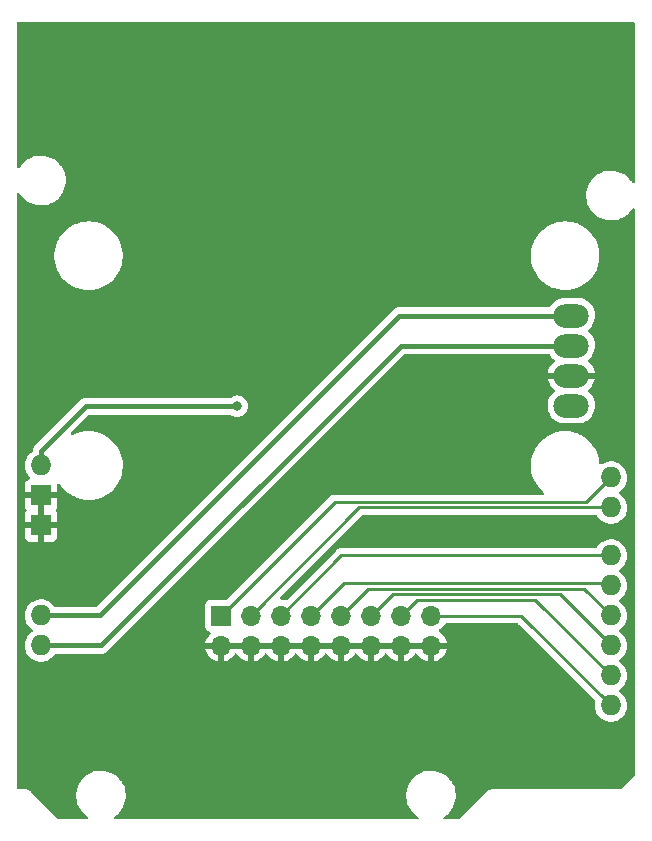
<source format=gbr>
%TF.GenerationSoftware,KiCad,Pcbnew,(6.0.11)*%
%TF.CreationDate,2024-01-05T14:55:53+00:00*%
%TF.ProjectId,EcoIDTester,45636f49-4454-4657-9374-65722e6b6963,rev?*%
%TF.SameCoordinates,Original*%
%TF.FileFunction,Copper,L2,Bot*%
%TF.FilePolarity,Positive*%
%FSLAX46Y46*%
G04 Gerber Fmt 4.6, Leading zero omitted, Abs format (unit mm)*
G04 Created by KiCad (PCBNEW (6.0.11)) date 2024-01-05 14:55:53*
%MOMM*%
%LPD*%
G01*
G04 APERTURE LIST*
%TA.AperFunction,ComponentPad*%
%ADD10R,1.700000X1.700000*%
%TD*%
%TA.AperFunction,ComponentPad*%
%ADD11O,1.700000X1.700000*%
%TD*%
%TA.AperFunction,ComponentPad*%
%ADD12O,3.000000X2.000000*%
%TD*%
%TA.AperFunction,ComponentPad*%
%ADD13O,1.727200X1.727200*%
%TD*%
%TA.AperFunction,ComponentPad*%
%ADD14R,1.727200X1.727200*%
%TD*%
%TA.AperFunction,ViaPad*%
%ADD15C,0.800000*%
%TD*%
%TA.AperFunction,Conductor*%
%ADD16C,0.400000*%
%TD*%
%TA.AperFunction,Conductor*%
%ADD17C,0.250000*%
%TD*%
G04 APERTURE END LIST*
D10*
%TO.P,J1,1,Pin_1*%
%TO.N,/D9*%
X190700000Y-85490000D03*
D11*
%TO.P,J1,2,Pin_2*%
%TO.N,GND*%
X190700000Y-88030000D03*
%TO.P,J1,3,Pin_3*%
%TO.N,/D8*%
X193240000Y-85490000D03*
%TO.P,J1,4,Pin_4*%
%TO.N,GND*%
X193240000Y-88030000D03*
%TO.P,J1,5,Pin_5*%
%TO.N,/D7*%
X195780000Y-85490000D03*
%TO.P,J1,6,Pin_6*%
%TO.N,GND*%
X195780000Y-88030000D03*
%TO.P,J1,7,Pin_7*%
%TO.N,/D6*%
X198320000Y-85490000D03*
%TO.P,J1,8,Pin_8*%
%TO.N,GND*%
X198320000Y-88030000D03*
%TO.P,J1,9,Pin_9*%
%TO.N,/D5*%
X200860000Y-85490000D03*
%TO.P,J1,10,Pin_10*%
%TO.N,GND*%
X200860000Y-88030000D03*
%TO.P,J1,11,Pin_11*%
%TO.N,/D4*%
X203400000Y-85490000D03*
%TO.P,J1,12,Pin_12*%
%TO.N,GND*%
X203400000Y-88030000D03*
%TO.P,J1,13,Pin_13*%
%TO.N,/D3*%
X205940000Y-85490000D03*
%TO.P,J1,14,Pin_14*%
%TO.N,GND*%
X205940000Y-88030000D03*
%TO.P,J1,15,Pin_15*%
%TO.N,/D2*%
X208480000Y-85490000D03*
%TO.P,J1,16,Pin_16*%
%TO.N,GND*%
X208480000Y-88030000D03*
%TD*%
D12*
%TO.P,J2,1,Pin_1*%
%TO.N,/CLK*%
X220350000Y-60090000D03*
%TO.P,J2,2,Pin_2*%
%TO.N,/DIO*%
X220350000Y-62630000D03*
%TO.P,J2,3,Pin_3*%
%TO.N,GND*%
X220350000Y-65170000D03*
%TO.P,J2,4,Pin_4*%
%TO.N,+5V*%
X220350000Y-67710000D03*
%TD*%
D13*
%TO.P,A1,5V1,5V*%
%TO.N,+5V*%
X175450000Y-72780000D03*
%TO.P,A1,A0,A0*%
%TO.N,/CLK*%
X175450000Y-85480000D03*
%TO.P,A1,A1,A1*%
%TO.N,/DIO*%
X175450000Y-88020000D03*
%TO.P,A1,D2,D2_INT0*%
%TO.N,/D2*%
X223710000Y-93100000D03*
%TO.P,A1,D3,D3_INT1*%
%TO.N,/D3*%
X223710000Y-90560000D03*
%TO.P,A1,D4,D4*%
%TO.N,/D4*%
X223710000Y-88020000D03*
%TO.P,A1,D5,D5*%
%TO.N,/D5*%
X223710000Y-85480000D03*
%TO.P,A1,D6,D6*%
%TO.N,/D6*%
X223710000Y-82940000D03*
%TO.P,A1,D7,D7*%
%TO.N,/D7*%
X223710000Y-80400000D03*
%TO.P,A1,D8,D8*%
%TO.N,/D8*%
X223710000Y-76336000D03*
%TO.P,A1,D9,D9*%
%TO.N,/D9*%
X223710000Y-73796000D03*
D14*
%TO.P,A1,GND2,GND*%
%TO.N,GND*%
X175450000Y-75320000D03*
%TO.P,A1,GND3,GND*%
X175450000Y-77860000D03*
%TD*%
D15*
%TO.N,+5V*%
X192060000Y-67760000D03*
%TD*%
D16*
%TO.N,+5V*%
X175450000Y-72780000D02*
X175450000Y-71558686D01*
X175450000Y-71558686D02*
X179248686Y-67760000D01*
X179248686Y-67760000D02*
X192060000Y-67760000D01*
%TO.N,/DIO*%
X175450000Y-88020000D02*
X180530000Y-88020000D01*
X180530000Y-88020000D02*
X205920000Y-62630000D01*
X205920000Y-62630000D02*
X220350000Y-62630000D01*
%TO.N,/CLK*%
X175450000Y-85480000D02*
X180410000Y-85480000D01*
X205800000Y-60090000D02*
X220350000Y-60090000D01*
X180410000Y-85480000D02*
X205800000Y-60090000D01*
D17*
%TO.N,/D2*%
X208480000Y-85490000D02*
X216100000Y-85490000D01*
X216100000Y-85490000D02*
X223710000Y-93100000D01*
%TO.N,/D3*%
X205940000Y-85490000D02*
X207270000Y-84160000D01*
X207270000Y-84160000D02*
X217310000Y-84160000D01*
X217310000Y-84160000D02*
X223710000Y-90560000D01*
%TO.N,/D4*%
X203400000Y-85490000D02*
X205220000Y-83670000D01*
X205220000Y-83670000D02*
X219360000Y-83670000D01*
X219360000Y-83670000D02*
X223710000Y-88020000D01*
%TO.N,/D5*%
X221440000Y-83210000D02*
X223710000Y-85480000D01*
X200860000Y-85490000D02*
X203140000Y-83210000D01*
X203140000Y-83210000D02*
X221440000Y-83210000D01*
%TO.N,/D6*%
X223480000Y-82710000D02*
X223710000Y-82940000D01*
X201100000Y-82710000D02*
X223480000Y-82710000D01*
X198320000Y-85490000D02*
X201100000Y-82710000D01*
%TO.N,/D7*%
X195780000Y-85490000D02*
X200870000Y-80400000D01*
X200870000Y-80400000D02*
X223710000Y-80400000D01*
%TO.N,/D8*%
X193240000Y-85490000D02*
X202394000Y-76336000D01*
X202394000Y-76336000D02*
X223710000Y-76336000D01*
%TO.N,/D9*%
X200303501Y-75886499D02*
X221619501Y-75886499D01*
X221619501Y-75886499D02*
X223710000Y-73796000D01*
X190700000Y-85490000D02*
X200303501Y-75886499D01*
%TD*%
%TA.AperFunction,Conductor*%
%TO.N,GND*%
G36*
X201800068Y-35199335D02*
G01*
X225605646Y-35208263D01*
X225673759Y-35228291D01*
X225720232Y-35281964D01*
X225731599Y-35334241D01*
X225733643Y-48521583D01*
X225733677Y-48739544D01*
X225713686Y-48807668D01*
X225660037Y-48854170D01*
X225589765Y-48864284D01*
X225525179Y-48834801D01*
X225499561Y-48804270D01*
X225447643Y-48717521D01*
X225447640Y-48717517D01*
X225445439Y-48713839D01*
X225265687Y-48489472D01*
X225057149Y-48291577D01*
X224823683Y-48123814D01*
X224801843Y-48112250D01*
X224778654Y-48099972D01*
X224569608Y-47989288D01*
X224299627Y-47890489D01*
X224018736Y-47829245D01*
X223987685Y-47826801D01*
X223795718Y-47811693D01*
X223795709Y-47811693D01*
X223793261Y-47811500D01*
X223637729Y-47811500D01*
X223635593Y-47811646D01*
X223635582Y-47811646D01*
X223427452Y-47825835D01*
X223427446Y-47825836D01*
X223423175Y-47826127D01*
X223418980Y-47826996D01*
X223418978Y-47826996D01*
X223282416Y-47855277D01*
X223141658Y-47884426D01*
X222870657Y-47980393D01*
X222615188Y-48112250D01*
X222611687Y-48114711D01*
X222611683Y-48114713D01*
X222601594Y-48121804D01*
X222379977Y-48277559D01*
X222169378Y-48473260D01*
X221987287Y-48695732D01*
X221837073Y-48940858D01*
X221721517Y-49204102D01*
X221642756Y-49480594D01*
X221612577Y-49692646D01*
X221608380Y-49722140D01*
X221602249Y-49765216D01*
X221602227Y-49769505D01*
X221602226Y-49769512D01*
X221601660Y-49877586D01*
X221600743Y-50052703D01*
X221601302Y-50056947D01*
X221601302Y-50056951D01*
X221606925Y-50099661D01*
X221638268Y-50337734D01*
X221714129Y-50615036D01*
X221715813Y-50618984D01*
X221769208Y-50744165D01*
X221826923Y-50879476D01*
X221829130Y-50883163D01*
X221935698Y-51061225D01*
X221974561Y-51126161D01*
X222154313Y-51350528D01*
X222362851Y-51548423D01*
X222596317Y-51716186D01*
X222600112Y-51718195D01*
X222600113Y-51718196D01*
X222621869Y-51729715D01*
X222850392Y-51850712D01*
X223120373Y-51949511D01*
X223401264Y-52010755D01*
X223429841Y-52013004D01*
X223624282Y-52028307D01*
X223624291Y-52028307D01*
X223626739Y-52028500D01*
X223782271Y-52028500D01*
X223784407Y-52028354D01*
X223784418Y-52028354D01*
X223992548Y-52014165D01*
X223992554Y-52014164D01*
X223996825Y-52013873D01*
X224001020Y-52013004D01*
X224001022Y-52013004D01*
X224137583Y-51984724D01*
X224278342Y-51955574D01*
X224549343Y-51859607D01*
X224804812Y-51727750D01*
X224808313Y-51725289D01*
X224808317Y-51725287D01*
X224922418Y-51645095D01*
X225040023Y-51562441D01*
X225250622Y-51366740D01*
X225432713Y-51144268D01*
X225500611Y-51033469D01*
X225553258Y-50985839D01*
X225623299Y-50974232D01*
X225688497Y-51002335D01*
X225728151Y-51061225D01*
X225734043Y-51099285D01*
X225737806Y-75371645D01*
X225741459Y-98926321D01*
X225741460Y-98935982D01*
X225721469Y-99004106D01*
X225704264Y-99025388D01*
X224547202Y-100174887D01*
X224484778Y-100208708D01*
X224458399Y-100211500D01*
X213621702Y-100211500D01*
X213609953Y-100210175D01*
X213609906Y-100210744D01*
X213600956Y-100210006D01*
X213592206Y-100208008D01*
X213583247Y-100208546D01*
X213583245Y-100208546D01*
X213537854Y-100211273D01*
X213530299Y-100211500D01*
X213513487Y-100211500D01*
X213509048Y-100212136D01*
X213509043Y-100212136D01*
X213503735Y-100212896D01*
X213493433Y-100213941D01*
X213484016Y-100214507D01*
X213446811Y-100216742D01*
X213438361Y-100219774D01*
X213437054Y-100220042D01*
X213415933Y-100225286D01*
X213414694Y-100225648D01*
X213405813Y-100226920D01*
X213397646Y-100230633D01*
X213397644Y-100230634D01*
X213363275Y-100246261D01*
X213353676Y-100250157D01*
X213318162Y-100262899D01*
X213318157Y-100262902D01*
X213309711Y-100265932D01*
X213302453Y-100271212D01*
X213301299Y-100271823D01*
X213282486Y-100282791D01*
X213281388Y-100283493D01*
X213273218Y-100287208D01*
X213266419Y-100293066D01*
X213266418Y-100293067D01*
X213237823Y-100317706D01*
X213229708Y-100324137D01*
X213219209Y-100331775D01*
X213212127Y-100338829D01*
X213207776Y-100343163D01*
X213201108Y-100349341D01*
X213162873Y-100382287D01*
X213157990Y-100389821D01*
X213152091Y-100396582D01*
X213152051Y-100396547D01*
X213143113Y-100407571D01*
X212131682Y-101415036D01*
X210836257Y-102705382D01*
X210826908Y-102714694D01*
X210764529Y-102748597D01*
X210737953Y-102751424D01*
X210217576Y-102751272D01*
X209645382Y-102751105D01*
X209577267Y-102731083D01*
X209530790Y-102677414D01*
X209520707Y-102607137D01*
X209550219Y-102542565D01*
X209572968Y-102522018D01*
X209633217Y-102479674D01*
X209800023Y-102362441D01*
X210010622Y-102166740D01*
X210192713Y-101944268D01*
X210342927Y-101699142D01*
X210458483Y-101435898D01*
X210537244Y-101159406D01*
X210577751Y-100874784D01*
X210577845Y-100856951D01*
X210579235Y-100591583D01*
X210579235Y-100591576D01*
X210579257Y-100587297D01*
X210541732Y-100302266D01*
X210539216Y-100293067D01*
X210516539Y-100210175D01*
X210465871Y-100024964D01*
X210353077Y-99760524D01*
X210278527Y-99635960D01*
X210207643Y-99517521D01*
X210207640Y-99517517D01*
X210205439Y-99513839D01*
X210025687Y-99289472D01*
X209817149Y-99091577D01*
X209627064Y-98954987D01*
X209587172Y-98926321D01*
X209587171Y-98926320D01*
X209583683Y-98923814D01*
X209561843Y-98912250D01*
X209538654Y-98899972D01*
X209329608Y-98789288D01*
X209059627Y-98690489D01*
X208778736Y-98629245D01*
X208747685Y-98626801D01*
X208555718Y-98611693D01*
X208555709Y-98611693D01*
X208553261Y-98611500D01*
X208397729Y-98611500D01*
X208395593Y-98611646D01*
X208395582Y-98611646D01*
X208187452Y-98625835D01*
X208187446Y-98625836D01*
X208183175Y-98626127D01*
X208178980Y-98626996D01*
X208178978Y-98626996D01*
X208042416Y-98655277D01*
X207901658Y-98684426D01*
X207630657Y-98780393D01*
X207375188Y-98912250D01*
X207371687Y-98914711D01*
X207371683Y-98914713D01*
X207266799Y-98988427D01*
X207139977Y-99077559D01*
X206929378Y-99273260D01*
X206747287Y-99495732D01*
X206597073Y-99740858D01*
X206481517Y-100004102D01*
X206402756Y-100280594D01*
X206362249Y-100565216D01*
X206362227Y-100569505D01*
X206362226Y-100569512D01*
X206361533Y-100701820D01*
X206360743Y-100852703D01*
X206398268Y-101137734D01*
X206399401Y-101141874D01*
X206399401Y-101141876D01*
X206405326Y-101163534D01*
X206474129Y-101415036D01*
X206586923Y-101679476D01*
X206734561Y-101926161D01*
X206914313Y-102150528D01*
X207122851Y-102348423D01*
X207356317Y-102516186D01*
X207358937Y-102517573D01*
X207406077Y-102570231D01*
X207417315Y-102640333D01*
X207388870Y-102705382D01*
X207329772Y-102744726D01*
X207292287Y-102750419D01*
X200632744Y-102748477D01*
X181716971Y-102742960D01*
X181648856Y-102722938D01*
X181602379Y-102669269D01*
X181592296Y-102598992D01*
X181621808Y-102534420D01*
X181644557Y-102513873D01*
X181652295Y-102508435D01*
X181860023Y-102362441D01*
X182070622Y-102166740D01*
X182252713Y-101944268D01*
X182402927Y-101699142D01*
X182518483Y-101435898D01*
X182597244Y-101159406D01*
X182637751Y-100874784D01*
X182637845Y-100856951D01*
X182639235Y-100591583D01*
X182639235Y-100591576D01*
X182639257Y-100587297D01*
X182601732Y-100302266D01*
X182599216Y-100293067D01*
X182576539Y-100210175D01*
X182525871Y-100024964D01*
X182413077Y-99760524D01*
X182338527Y-99635960D01*
X182267643Y-99517521D01*
X182267640Y-99517517D01*
X182265439Y-99513839D01*
X182085687Y-99289472D01*
X181877149Y-99091577D01*
X181687064Y-98954987D01*
X181647172Y-98926321D01*
X181647171Y-98926320D01*
X181643683Y-98923814D01*
X181621843Y-98912250D01*
X181598654Y-98899972D01*
X181389608Y-98789288D01*
X181119627Y-98690489D01*
X180838736Y-98629245D01*
X180807685Y-98626801D01*
X180615718Y-98611693D01*
X180615709Y-98611693D01*
X180613261Y-98611500D01*
X180457729Y-98611500D01*
X180455593Y-98611646D01*
X180455582Y-98611646D01*
X180247452Y-98625835D01*
X180247446Y-98625836D01*
X180243175Y-98626127D01*
X180238980Y-98626996D01*
X180238978Y-98626996D01*
X180102416Y-98655277D01*
X179961658Y-98684426D01*
X179690657Y-98780393D01*
X179435188Y-98912250D01*
X179431687Y-98914711D01*
X179431683Y-98914713D01*
X179326799Y-98988427D01*
X179199977Y-99077559D01*
X178989378Y-99273260D01*
X178807287Y-99495732D01*
X178657073Y-99740858D01*
X178541517Y-100004102D01*
X178462756Y-100280594D01*
X178422249Y-100565216D01*
X178422227Y-100569505D01*
X178422226Y-100569512D01*
X178421533Y-100701820D01*
X178420743Y-100852703D01*
X178458268Y-101137734D01*
X178459401Y-101141874D01*
X178459401Y-101141876D01*
X178465326Y-101163534D01*
X178534129Y-101415036D01*
X178646923Y-101679476D01*
X178794561Y-101926161D01*
X178974313Y-102150528D01*
X179182851Y-102348423D01*
X179413201Y-102513947D01*
X179456846Y-102569938D01*
X179463292Y-102640641D01*
X179430489Y-102703606D01*
X179368853Y-102738840D01*
X179339635Y-102742266D01*
X176972857Y-102741576D01*
X176904742Y-102721554D01*
X176883799Y-102704671D01*
X174579823Y-100400696D01*
X174572200Y-100391156D01*
X174571832Y-100391470D01*
X174566014Y-100384634D01*
X174561224Y-100377042D01*
X174520875Y-100341407D01*
X174515188Y-100336061D01*
X174503745Y-100324618D01*
X174495370Y-100318341D01*
X174487541Y-100311967D01*
X174452049Y-100280622D01*
X174443926Y-100276808D01*
X174441438Y-100275174D01*
X174426477Y-100266186D01*
X174423892Y-100264771D01*
X174416705Y-100259384D01*
X174372357Y-100242759D01*
X174363040Y-100238832D01*
X174328326Y-100222534D01*
X174320200Y-100218719D01*
X174311331Y-100217338D01*
X174308498Y-100216472D01*
X174291611Y-100212042D01*
X174288726Y-100211408D01*
X174280316Y-100208255D01*
X174251158Y-100206088D01*
X174233094Y-100204746D01*
X174223048Y-100203592D01*
X174214425Y-100202249D01*
X174214422Y-100202249D01*
X174209614Y-100201500D01*
X174194094Y-100201500D01*
X174184757Y-100201154D01*
X174167854Y-100199898D01*
X174135059Y-100197461D01*
X174126280Y-100199335D01*
X174118022Y-100199898D01*
X174102839Y-100201500D01*
X173544500Y-100201500D01*
X173476379Y-100181498D01*
X173429886Y-100127842D01*
X173418500Y-100075500D01*
X173418500Y-87986362D01*
X174073609Y-87986362D01*
X174073906Y-87991514D01*
X174073906Y-87991518D01*
X174079618Y-88090578D01*
X174086597Y-88211614D01*
X174087734Y-88216660D01*
X174087735Y-88216666D01*
X174112512Y-88326608D01*
X174136200Y-88431720D01*
X174138142Y-88436502D01*
X174138143Y-88436506D01*
X174218465Y-88634315D01*
X174221086Y-88640769D01*
X174338975Y-88833147D01*
X174486702Y-89003687D01*
X174660299Y-89147810D01*
X174664751Y-89150412D01*
X174664756Y-89150415D01*
X174754091Y-89202618D01*
X174855103Y-89261645D01*
X175065884Y-89342134D01*
X175070952Y-89343165D01*
X175070955Y-89343166D01*
X175156676Y-89360606D01*
X175286981Y-89387117D01*
X175292156Y-89387307D01*
X175292158Y-89387307D01*
X175507292Y-89395196D01*
X175507296Y-89395196D01*
X175512456Y-89395385D01*
X175517576Y-89394729D01*
X175517578Y-89394729D01*
X175586985Y-89385838D01*
X175736253Y-89366716D01*
X175741202Y-89365231D01*
X175741208Y-89365230D01*
X175947413Y-89303365D01*
X175947412Y-89303365D01*
X175952363Y-89301880D01*
X176131653Y-89214047D01*
X176150331Y-89204897D01*
X176150336Y-89204894D01*
X176154982Y-89202618D01*
X176159192Y-89199615D01*
X176159197Y-89199612D01*
X176334455Y-89074601D01*
X176334459Y-89074597D01*
X176338667Y-89071596D01*
X176498487Y-88912333D01*
X176592880Y-88780972D01*
X176648872Y-88737326D01*
X176695200Y-88728500D01*
X180501088Y-88728500D01*
X180509658Y-88728792D01*
X180559776Y-88732209D01*
X180559780Y-88732209D01*
X180567352Y-88732725D01*
X180574829Y-88731420D01*
X180574830Y-88731420D01*
X180614657Y-88724469D01*
X180630303Y-88721738D01*
X180636821Y-88720777D01*
X180700242Y-88713102D01*
X180707343Y-88710419D01*
X180709952Y-88709778D01*
X180726262Y-88705315D01*
X180728798Y-88704550D01*
X180736284Y-88703243D01*
X180794800Y-88677556D01*
X180800904Y-88675065D01*
X180853548Y-88655173D01*
X180853549Y-88655172D01*
X180860656Y-88652487D01*
X180866919Y-88648183D01*
X180869285Y-88646946D01*
X180884097Y-88638701D01*
X180886351Y-88637368D01*
X180893305Y-88634315D01*
X180944002Y-88595413D01*
X180949332Y-88591541D01*
X180995720Y-88559661D01*
X180995725Y-88559656D01*
X181001981Y-88555357D01*
X181027539Y-88526672D01*
X181043435Y-88508830D01*
X181048416Y-88503554D01*
X181254004Y-88297966D01*
X189368257Y-88297966D01*
X189398565Y-88432446D01*
X189401645Y-88442275D01*
X189481770Y-88639603D01*
X189486413Y-88648794D01*
X189597694Y-88830388D01*
X189603777Y-88838699D01*
X189743213Y-88999667D01*
X189750580Y-89006883D01*
X189914434Y-89142916D01*
X189922881Y-89148831D01*
X190106756Y-89256279D01*
X190116042Y-89260729D01*
X190315001Y-89336703D01*
X190324899Y-89339579D01*
X190428250Y-89360606D01*
X190442299Y-89359410D01*
X190446000Y-89349065D01*
X190446000Y-89348517D01*
X190954000Y-89348517D01*
X190958064Y-89362359D01*
X190971478Y-89364393D01*
X190978184Y-89363534D01*
X190988262Y-89361392D01*
X191192255Y-89300191D01*
X191201842Y-89296433D01*
X191393095Y-89202739D01*
X191401945Y-89197464D01*
X191575328Y-89073792D01*
X191583200Y-89067139D01*
X191734052Y-88916812D01*
X191740730Y-88908965D01*
X191868022Y-88731819D01*
X191869147Y-88732627D01*
X191916669Y-88688876D01*
X191986607Y-88676661D01*
X192052046Y-88704197D01*
X192079870Y-88736028D01*
X192137690Y-88830383D01*
X192143777Y-88838699D01*
X192283213Y-88999667D01*
X192290580Y-89006883D01*
X192454434Y-89142916D01*
X192462881Y-89148831D01*
X192646756Y-89256279D01*
X192656042Y-89260729D01*
X192855001Y-89336703D01*
X192864899Y-89339579D01*
X192968250Y-89360606D01*
X192982299Y-89359410D01*
X192986000Y-89349065D01*
X192986000Y-89348517D01*
X193494000Y-89348517D01*
X193498064Y-89362359D01*
X193511478Y-89364393D01*
X193518184Y-89363534D01*
X193528262Y-89361392D01*
X193732255Y-89300191D01*
X193741842Y-89296433D01*
X193933095Y-89202739D01*
X193941945Y-89197464D01*
X194115328Y-89073792D01*
X194123200Y-89067139D01*
X194274052Y-88916812D01*
X194280730Y-88908965D01*
X194408022Y-88731819D01*
X194409147Y-88732627D01*
X194456669Y-88688876D01*
X194526607Y-88676661D01*
X194592046Y-88704197D01*
X194619870Y-88736028D01*
X194677690Y-88830383D01*
X194683777Y-88838699D01*
X194823213Y-88999667D01*
X194830580Y-89006883D01*
X194994434Y-89142916D01*
X195002881Y-89148831D01*
X195186756Y-89256279D01*
X195196042Y-89260729D01*
X195395001Y-89336703D01*
X195404899Y-89339579D01*
X195508250Y-89360606D01*
X195522299Y-89359410D01*
X195526000Y-89349065D01*
X195526000Y-89348517D01*
X196034000Y-89348517D01*
X196038064Y-89362359D01*
X196051478Y-89364393D01*
X196058184Y-89363534D01*
X196068262Y-89361392D01*
X196272255Y-89300191D01*
X196281842Y-89296433D01*
X196473095Y-89202739D01*
X196481945Y-89197464D01*
X196655328Y-89073792D01*
X196663200Y-89067139D01*
X196814052Y-88916812D01*
X196820730Y-88908965D01*
X196948022Y-88731819D01*
X196949147Y-88732627D01*
X196996669Y-88688876D01*
X197066607Y-88676661D01*
X197132046Y-88704197D01*
X197159870Y-88736028D01*
X197217690Y-88830383D01*
X197223777Y-88838699D01*
X197363213Y-88999667D01*
X197370580Y-89006883D01*
X197534434Y-89142916D01*
X197542881Y-89148831D01*
X197726756Y-89256279D01*
X197736042Y-89260729D01*
X197935001Y-89336703D01*
X197944899Y-89339579D01*
X198048250Y-89360606D01*
X198062299Y-89359410D01*
X198066000Y-89349065D01*
X198066000Y-89348517D01*
X198574000Y-89348517D01*
X198578064Y-89362359D01*
X198591478Y-89364393D01*
X198598184Y-89363534D01*
X198608262Y-89361392D01*
X198812255Y-89300191D01*
X198821842Y-89296433D01*
X199013095Y-89202739D01*
X199021945Y-89197464D01*
X199195328Y-89073792D01*
X199203200Y-89067139D01*
X199354052Y-88916812D01*
X199360730Y-88908965D01*
X199488022Y-88731819D01*
X199489147Y-88732627D01*
X199536669Y-88688876D01*
X199606607Y-88676661D01*
X199672046Y-88704197D01*
X199699870Y-88736028D01*
X199757690Y-88830383D01*
X199763777Y-88838699D01*
X199903213Y-88999667D01*
X199910580Y-89006883D01*
X200074434Y-89142916D01*
X200082881Y-89148831D01*
X200266756Y-89256279D01*
X200276042Y-89260729D01*
X200475001Y-89336703D01*
X200484899Y-89339579D01*
X200588250Y-89360606D01*
X200602299Y-89359410D01*
X200606000Y-89349065D01*
X200606000Y-89348517D01*
X201114000Y-89348517D01*
X201118064Y-89362359D01*
X201131478Y-89364393D01*
X201138184Y-89363534D01*
X201148262Y-89361392D01*
X201352255Y-89300191D01*
X201361842Y-89296433D01*
X201553095Y-89202739D01*
X201561945Y-89197464D01*
X201735328Y-89073792D01*
X201743200Y-89067139D01*
X201894052Y-88916812D01*
X201900730Y-88908965D01*
X202028022Y-88731819D01*
X202029147Y-88732627D01*
X202076669Y-88688876D01*
X202146607Y-88676661D01*
X202212046Y-88704197D01*
X202239870Y-88736028D01*
X202297690Y-88830383D01*
X202303777Y-88838699D01*
X202443213Y-88999667D01*
X202450580Y-89006883D01*
X202614434Y-89142916D01*
X202622881Y-89148831D01*
X202806756Y-89256279D01*
X202816042Y-89260729D01*
X203015001Y-89336703D01*
X203024899Y-89339579D01*
X203128250Y-89360606D01*
X203142299Y-89359410D01*
X203146000Y-89349065D01*
X203146000Y-89348517D01*
X203654000Y-89348517D01*
X203658064Y-89362359D01*
X203671478Y-89364393D01*
X203678184Y-89363534D01*
X203688262Y-89361392D01*
X203892255Y-89300191D01*
X203901842Y-89296433D01*
X204093095Y-89202739D01*
X204101945Y-89197464D01*
X204275328Y-89073792D01*
X204283200Y-89067139D01*
X204434052Y-88916812D01*
X204440730Y-88908965D01*
X204568022Y-88731819D01*
X204569147Y-88732627D01*
X204616669Y-88688876D01*
X204686607Y-88676661D01*
X204752046Y-88704197D01*
X204779870Y-88736028D01*
X204837690Y-88830383D01*
X204843777Y-88838699D01*
X204983213Y-88999667D01*
X204990580Y-89006883D01*
X205154434Y-89142916D01*
X205162881Y-89148831D01*
X205346756Y-89256279D01*
X205356042Y-89260729D01*
X205555001Y-89336703D01*
X205564899Y-89339579D01*
X205668250Y-89360606D01*
X205682299Y-89359410D01*
X205686000Y-89349065D01*
X205686000Y-89348517D01*
X206194000Y-89348517D01*
X206198064Y-89362359D01*
X206211478Y-89364393D01*
X206218184Y-89363534D01*
X206228262Y-89361392D01*
X206432255Y-89300191D01*
X206441842Y-89296433D01*
X206633095Y-89202739D01*
X206641945Y-89197464D01*
X206815328Y-89073792D01*
X206823200Y-89067139D01*
X206974052Y-88916812D01*
X206980730Y-88908965D01*
X207108022Y-88731819D01*
X207109147Y-88732627D01*
X207156669Y-88688876D01*
X207226607Y-88676661D01*
X207292046Y-88704197D01*
X207319870Y-88736028D01*
X207377690Y-88830383D01*
X207383777Y-88838699D01*
X207523213Y-88999667D01*
X207530580Y-89006883D01*
X207694434Y-89142916D01*
X207702881Y-89148831D01*
X207886756Y-89256279D01*
X207896042Y-89260729D01*
X208095001Y-89336703D01*
X208104899Y-89339579D01*
X208208250Y-89360606D01*
X208222299Y-89359410D01*
X208226000Y-89349065D01*
X208226000Y-89348517D01*
X208734000Y-89348517D01*
X208738064Y-89362359D01*
X208751478Y-89364393D01*
X208758184Y-89363534D01*
X208768262Y-89361392D01*
X208972255Y-89300191D01*
X208981842Y-89296433D01*
X209173095Y-89202739D01*
X209181945Y-89197464D01*
X209355328Y-89073792D01*
X209363200Y-89067139D01*
X209514052Y-88916812D01*
X209520730Y-88908965D01*
X209645003Y-88736020D01*
X209650313Y-88727183D01*
X209744670Y-88536267D01*
X209748469Y-88526672D01*
X209810377Y-88322910D01*
X209812555Y-88312837D01*
X209813986Y-88301962D01*
X209811775Y-88287778D01*
X209798617Y-88284000D01*
X208752115Y-88284000D01*
X208736876Y-88288475D01*
X208735671Y-88289865D01*
X208734000Y-88297548D01*
X208734000Y-89348517D01*
X208226000Y-89348517D01*
X208226000Y-88302115D01*
X208221525Y-88286876D01*
X208220135Y-88285671D01*
X208212452Y-88284000D01*
X206212115Y-88284000D01*
X206196876Y-88288475D01*
X206195671Y-88289865D01*
X206194000Y-88297548D01*
X206194000Y-89348517D01*
X205686000Y-89348517D01*
X205686000Y-88302115D01*
X205681525Y-88286876D01*
X205680135Y-88285671D01*
X205672452Y-88284000D01*
X203672115Y-88284000D01*
X203656876Y-88288475D01*
X203655671Y-88289865D01*
X203654000Y-88297548D01*
X203654000Y-89348517D01*
X203146000Y-89348517D01*
X203146000Y-88302115D01*
X203141525Y-88286876D01*
X203140135Y-88285671D01*
X203132452Y-88284000D01*
X201132115Y-88284000D01*
X201116876Y-88288475D01*
X201115671Y-88289865D01*
X201114000Y-88297548D01*
X201114000Y-89348517D01*
X200606000Y-89348517D01*
X200606000Y-88302115D01*
X200601525Y-88286876D01*
X200600135Y-88285671D01*
X200592452Y-88284000D01*
X198592115Y-88284000D01*
X198576876Y-88288475D01*
X198575671Y-88289865D01*
X198574000Y-88297548D01*
X198574000Y-89348517D01*
X198066000Y-89348517D01*
X198066000Y-88302115D01*
X198061525Y-88286876D01*
X198060135Y-88285671D01*
X198052452Y-88284000D01*
X196052115Y-88284000D01*
X196036876Y-88288475D01*
X196035671Y-88289865D01*
X196034000Y-88297548D01*
X196034000Y-89348517D01*
X195526000Y-89348517D01*
X195526000Y-88302115D01*
X195521525Y-88286876D01*
X195520135Y-88285671D01*
X195512452Y-88284000D01*
X193512115Y-88284000D01*
X193496876Y-88288475D01*
X193495671Y-88289865D01*
X193494000Y-88297548D01*
X193494000Y-89348517D01*
X192986000Y-89348517D01*
X192986000Y-88302115D01*
X192981525Y-88286876D01*
X192980135Y-88285671D01*
X192972452Y-88284000D01*
X190972115Y-88284000D01*
X190956876Y-88288475D01*
X190955671Y-88289865D01*
X190954000Y-88297548D01*
X190954000Y-89348517D01*
X190446000Y-89348517D01*
X190446000Y-88302115D01*
X190441525Y-88286876D01*
X190440135Y-88285671D01*
X190432452Y-88284000D01*
X189383225Y-88284000D01*
X189369694Y-88287973D01*
X189368257Y-88297966D01*
X181254004Y-88297966D01*
X183163836Y-86388134D01*
X189341500Y-86388134D01*
X189348255Y-86450316D01*
X189399385Y-86586705D01*
X189486739Y-86703261D01*
X189603295Y-86790615D01*
X189611704Y-86793767D01*
X189611705Y-86793768D01*
X189720960Y-86834726D01*
X189777725Y-86877367D01*
X189802425Y-86943929D01*
X189787218Y-87013278D01*
X189767825Y-87039759D01*
X189644590Y-87168717D01*
X189638104Y-87176727D01*
X189518098Y-87352649D01*
X189513000Y-87361623D01*
X189423338Y-87554783D01*
X189419775Y-87564470D01*
X189364389Y-87764183D01*
X189365912Y-87772607D01*
X189378292Y-87776000D01*
X209798344Y-87776000D01*
X209811875Y-87772027D01*
X209813180Y-87762947D01*
X209771214Y-87595875D01*
X209767894Y-87586124D01*
X209682972Y-87390814D01*
X209678105Y-87381739D01*
X209562426Y-87202926D01*
X209556136Y-87194757D01*
X209412806Y-87037240D01*
X209405273Y-87030215D01*
X209238139Y-86898222D01*
X209229556Y-86892520D01*
X209192602Y-86872120D01*
X209142631Y-86821687D01*
X209127859Y-86752245D01*
X209152975Y-86685839D01*
X209180327Y-86659232D01*
X209248766Y-86610415D01*
X209359860Y-86531173D01*
X209518096Y-86373489D01*
X209648453Y-86192077D01*
X209650746Y-86187437D01*
X209652446Y-86184608D01*
X209704674Y-86136518D01*
X209760451Y-86123500D01*
X215785406Y-86123500D01*
X215853527Y-86143502D01*
X215874501Y-86160405D01*
X222348727Y-92634631D01*
X222382753Y-92696943D01*
X222381050Y-92757397D01*
X222359978Y-92833384D01*
X222357585Y-92842013D01*
X222333609Y-93066362D01*
X222333906Y-93071514D01*
X222333906Y-93071518D01*
X222339618Y-93170578D01*
X222346597Y-93291614D01*
X222347734Y-93296660D01*
X222347735Y-93296666D01*
X222368984Y-93390952D01*
X222396200Y-93511720D01*
X222398142Y-93516502D01*
X222398143Y-93516506D01*
X222434822Y-93606835D01*
X222481086Y-93720769D01*
X222598975Y-93913147D01*
X222746702Y-94083687D01*
X222920299Y-94227810D01*
X222924751Y-94230412D01*
X222924756Y-94230415D01*
X223014091Y-94282618D01*
X223115103Y-94341645D01*
X223325884Y-94422134D01*
X223330952Y-94423165D01*
X223330955Y-94423166D01*
X223439404Y-94445230D01*
X223546981Y-94467117D01*
X223552156Y-94467307D01*
X223552158Y-94467307D01*
X223767292Y-94475196D01*
X223767296Y-94475196D01*
X223772456Y-94475385D01*
X223777576Y-94474729D01*
X223777578Y-94474729D01*
X223846985Y-94465838D01*
X223996253Y-94446716D01*
X224001202Y-94445231D01*
X224001208Y-94445230D01*
X224207413Y-94383365D01*
X224207412Y-94383365D01*
X224212363Y-94381880D01*
X224307419Y-94335312D01*
X224410331Y-94284897D01*
X224410336Y-94284894D01*
X224414982Y-94282618D01*
X224419192Y-94279615D01*
X224419197Y-94279612D01*
X224594455Y-94154601D01*
X224594459Y-94154597D01*
X224598667Y-94151596D01*
X224758487Y-93992333D01*
X224890150Y-93809105D01*
X224990118Y-93606835D01*
X225055708Y-93390952D01*
X225085158Y-93167256D01*
X225086802Y-93100000D01*
X225068315Y-92875132D01*
X225013349Y-92656304D01*
X224923380Y-92449391D01*
X224800826Y-92259951D01*
X224648977Y-92093071D01*
X224644926Y-92089872D01*
X224644922Y-92089868D01*
X224475966Y-91956434D01*
X224475962Y-91956432D01*
X224471911Y-91953232D01*
X224448535Y-91940328D01*
X224398564Y-91889896D01*
X224383792Y-91820453D01*
X224408908Y-91754047D01*
X224436259Y-91727441D01*
X224594455Y-91614601D01*
X224594459Y-91614597D01*
X224598667Y-91611596D01*
X224758487Y-91452333D01*
X224890150Y-91269105D01*
X224990118Y-91066835D01*
X225055708Y-90850952D01*
X225068786Y-90751614D01*
X225084721Y-90630578D01*
X225084722Y-90630572D01*
X225085158Y-90627256D01*
X225086802Y-90560000D01*
X225068315Y-90335132D01*
X225013349Y-90116304D01*
X224923380Y-89909391D01*
X224800826Y-89719951D01*
X224648977Y-89553071D01*
X224644926Y-89549872D01*
X224644922Y-89549868D01*
X224475966Y-89416434D01*
X224475962Y-89416432D01*
X224471911Y-89413232D01*
X224448535Y-89400328D01*
X224398564Y-89349896D01*
X224383792Y-89280453D01*
X224408908Y-89214047D01*
X224436259Y-89187441D01*
X224594455Y-89074601D01*
X224594459Y-89074597D01*
X224598667Y-89071596D01*
X224758487Y-88912333D01*
X224890150Y-88729105D01*
X224958138Y-88591541D01*
X224987824Y-88531477D01*
X224987825Y-88531475D01*
X224990118Y-88526835D01*
X225055708Y-88310952D01*
X225056383Y-88305826D01*
X225084721Y-88090578D01*
X225084722Y-88090572D01*
X225085158Y-88087256D01*
X225086802Y-88020000D01*
X225068315Y-87795132D01*
X225013349Y-87576304D01*
X224923380Y-87369391D01*
X224815689Y-87202926D01*
X224803634Y-87184291D01*
X224803632Y-87184288D01*
X224800826Y-87179951D01*
X224648977Y-87013071D01*
X224644926Y-87009872D01*
X224644922Y-87009868D01*
X224475966Y-86876434D01*
X224475962Y-86876432D01*
X224471911Y-86873232D01*
X224448535Y-86860328D01*
X224398564Y-86809896D01*
X224383792Y-86740453D01*
X224408908Y-86674047D01*
X224436259Y-86647441D01*
X224594455Y-86534601D01*
X224594459Y-86534597D01*
X224598667Y-86531596D01*
X224758487Y-86372333D01*
X224890150Y-86189105D01*
X224958138Y-86051541D01*
X224987824Y-85991477D01*
X224987825Y-85991475D01*
X224990118Y-85986835D01*
X225055708Y-85770952D01*
X225069467Y-85666445D01*
X225084721Y-85550578D01*
X225084722Y-85550572D01*
X225085158Y-85547256D01*
X225086802Y-85480000D01*
X225068315Y-85255132D01*
X225013349Y-85036304D01*
X224923380Y-84829391D01*
X224800826Y-84639951D01*
X224648977Y-84473071D01*
X224644926Y-84469872D01*
X224644922Y-84469868D01*
X224475966Y-84336434D01*
X224475962Y-84336432D01*
X224471911Y-84333232D01*
X224448535Y-84320328D01*
X224398564Y-84269896D01*
X224383792Y-84200453D01*
X224408908Y-84134047D01*
X224436259Y-84107441D01*
X224437506Y-84106552D01*
X224472354Y-84081695D01*
X224594455Y-83994601D01*
X224594459Y-83994597D01*
X224598667Y-83991596D01*
X224758487Y-83832333D01*
X224890150Y-83649105D01*
X224990118Y-83446835D01*
X225055708Y-83230952D01*
X225085158Y-83007256D01*
X225086802Y-82940000D01*
X225068315Y-82715132D01*
X225013349Y-82496304D01*
X224923380Y-82289391D01*
X224828672Y-82142994D01*
X224803634Y-82104291D01*
X224803632Y-82104288D01*
X224800826Y-82099951D01*
X224648977Y-81933071D01*
X224644926Y-81929872D01*
X224644922Y-81929868D01*
X224475966Y-81796434D01*
X224475962Y-81796432D01*
X224471911Y-81793232D01*
X224448535Y-81780328D01*
X224398564Y-81729896D01*
X224383792Y-81660453D01*
X224408908Y-81594047D01*
X224436259Y-81567441D01*
X224594455Y-81454601D01*
X224594459Y-81454597D01*
X224598667Y-81451596D01*
X224758487Y-81292333D01*
X224890150Y-81109105D01*
X224990118Y-80906835D01*
X225055708Y-80690952D01*
X225085158Y-80467256D01*
X225086802Y-80400000D01*
X225068315Y-80175132D01*
X225013349Y-79956304D01*
X224923380Y-79749391D01*
X224800826Y-79559951D01*
X224648977Y-79393071D01*
X224644926Y-79389872D01*
X224644922Y-79389868D01*
X224475966Y-79256434D01*
X224475962Y-79256432D01*
X224471911Y-79253232D01*
X224274383Y-79144191D01*
X224061698Y-79068876D01*
X224011297Y-79059898D01*
X223844657Y-79030214D01*
X223844653Y-79030214D01*
X223839569Y-79029308D01*
X223767574Y-79028429D01*
X223619129Y-79026615D01*
X223619127Y-79026615D01*
X223613959Y-79026552D01*
X223390929Y-79060680D01*
X223176468Y-79130777D01*
X223171876Y-79133167D01*
X223171877Y-79133167D01*
X222994114Y-79225705D01*
X222976335Y-79234960D01*
X222972202Y-79238063D01*
X222972199Y-79238065D01*
X222947734Y-79256434D01*
X222795905Y-79370430D01*
X222640024Y-79533550D01*
X222637112Y-79537819D01*
X222518633Y-79711504D01*
X222463721Y-79756507D01*
X222414544Y-79766500D01*
X200948767Y-79766500D01*
X200937584Y-79765973D01*
X200930091Y-79764298D01*
X200922165Y-79764547D01*
X200922164Y-79764547D01*
X200862014Y-79766438D01*
X200858055Y-79766500D01*
X200830144Y-79766500D01*
X200826210Y-79766997D01*
X200826209Y-79766997D01*
X200826144Y-79767005D01*
X200814307Y-79767938D01*
X200782049Y-79768952D01*
X200778030Y-79769078D01*
X200770111Y-79769327D01*
X200750657Y-79774979D01*
X200731300Y-79778987D01*
X200719070Y-79780532D01*
X200719069Y-79780532D01*
X200711203Y-79781526D01*
X200703832Y-79784445D01*
X200703830Y-79784445D01*
X200670088Y-79797804D01*
X200658858Y-79801649D01*
X200624017Y-79811771D01*
X200624016Y-79811771D01*
X200616407Y-79813982D01*
X200609588Y-79818015D01*
X200609583Y-79818017D01*
X200598972Y-79824293D01*
X200581224Y-79832988D01*
X200562383Y-79840448D01*
X200555967Y-79845110D01*
X200555966Y-79845110D01*
X200526613Y-79866436D01*
X200516693Y-79872952D01*
X200485465Y-79891420D01*
X200485462Y-79891422D01*
X200478638Y-79895458D01*
X200464317Y-79909779D01*
X200449284Y-79922619D01*
X200432893Y-79934528D01*
X200427842Y-79940634D01*
X200404702Y-79968605D01*
X200396712Y-79977384D01*
X196237345Y-84136750D01*
X196175033Y-84170776D01*
X196126154Y-84171702D01*
X195913373Y-84133800D01*
X195913367Y-84133799D01*
X195908284Y-84132894D01*
X195797009Y-84131535D01*
X195729140Y-84110702D01*
X195683306Y-84056483D01*
X195674061Y-83986091D01*
X195704340Y-83921875D01*
X195709455Y-83916449D01*
X199155327Y-80470578D01*
X202619500Y-77006405D01*
X202681812Y-76972379D01*
X202708595Y-76969500D01*
X222418324Y-76969500D01*
X222486445Y-76989502D01*
X222525757Y-77029665D01*
X222598975Y-77149147D01*
X222746702Y-77319687D01*
X222920299Y-77463810D01*
X222924751Y-77466412D01*
X222924756Y-77466415D01*
X223014091Y-77518618D01*
X223115103Y-77577645D01*
X223325884Y-77658134D01*
X223330952Y-77659165D01*
X223330955Y-77659166D01*
X223439404Y-77681230D01*
X223546981Y-77703117D01*
X223552156Y-77703307D01*
X223552158Y-77703307D01*
X223767292Y-77711196D01*
X223767296Y-77711196D01*
X223772456Y-77711385D01*
X223777576Y-77710729D01*
X223777578Y-77710729D01*
X223846985Y-77701838D01*
X223996253Y-77682716D01*
X224001202Y-77681231D01*
X224001208Y-77681230D01*
X224207413Y-77619365D01*
X224207412Y-77619365D01*
X224212363Y-77617880D01*
X224307419Y-77571312D01*
X224410331Y-77520897D01*
X224410336Y-77520894D01*
X224414982Y-77518618D01*
X224419192Y-77515615D01*
X224419197Y-77515612D01*
X224594455Y-77390601D01*
X224594459Y-77390597D01*
X224598667Y-77387596D01*
X224758487Y-77228333D01*
X224890150Y-77045105D01*
X224943642Y-76936872D01*
X224987824Y-76847477D01*
X224987825Y-76847475D01*
X224990118Y-76842835D01*
X225055708Y-76626952D01*
X225059380Y-76599059D01*
X225084721Y-76406578D01*
X225084722Y-76406572D01*
X225085158Y-76403256D01*
X225086802Y-76336000D01*
X225068315Y-76111132D01*
X225013349Y-75892304D01*
X224923380Y-75685391D01*
X224872344Y-75606501D01*
X224803634Y-75500291D01*
X224803632Y-75500288D01*
X224800826Y-75495951D01*
X224648977Y-75329071D01*
X224644926Y-75325872D01*
X224644922Y-75325868D01*
X224475966Y-75192434D01*
X224475962Y-75192432D01*
X224471911Y-75189232D01*
X224448535Y-75176328D01*
X224398564Y-75125896D01*
X224383792Y-75056453D01*
X224408908Y-74990047D01*
X224436259Y-74963441D01*
X224594455Y-74850601D01*
X224594459Y-74850597D01*
X224598667Y-74847596D01*
X224758487Y-74688333D01*
X224890150Y-74505105D01*
X224958088Y-74367642D01*
X224987824Y-74307477D01*
X224987825Y-74307475D01*
X224990118Y-74302835D01*
X225055708Y-74086952D01*
X225064306Y-74021645D01*
X225084721Y-73866578D01*
X225084722Y-73866572D01*
X225085158Y-73863256D01*
X225085932Y-73831596D01*
X225086720Y-73799364D01*
X225086720Y-73799360D01*
X225086802Y-73796000D01*
X225068315Y-73571132D01*
X225013349Y-73352304D01*
X224923380Y-73145391D01*
X224810959Y-72971614D01*
X224803634Y-72960291D01*
X224803632Y-72960288D01*
X224800826Y-72955951D01*
X224648977Y-72789071D01*
X224644926Y-72785872D01*
X224644922Y-72785868D01*
X224475966Y-72652434D01*
X224475962Y-72652432D01*
X224471911Y-72649232D01*
X224274383Y-72540191D01*
X224061698Y-72464876D01*
X224011297Y-72455898D01*
X223844657Y-72426214D01*
X223844653Y-72426214D01*
X223839569Y-72425308D01*
X223767574Y-72424429D01*
X223619129Y-72422615D01*
X223619127Y-72422615D01*
X223613959Y-72422552D01*
X223390929Y-72456680D01*
X223176468Y-72526777D01*
X222976335Y-72630960D01*
X222972201Y-72634064D01*
X222929121Y-72666409D01*
X222862636Y-72691314D01*
X222793241Y-72676321D01*
X222742967Y-72626190D01*
X222728449Y-72581331D01*
X222723289Y-72540191D01*
X222702880Y-72377503D01*
X222687407Y-72254153D01*
X222687406Y-72254149D01*
X222686948Y-72250496D01*
X222605660Y-71920790D01*
X222585817Y-71867859D01*
X222487754Y-71606273D01*
X222487753Y-71606271D01*
X222486459Y-71602819D01*
X222330975Y-71300928D01*
X222141330Y-71019238D01*
X221920116Y-70761599D01*
X221670353Y-70531528D01*
X221483949Y-70396346D01*
X221398437Y-70334331D01*
X221398433Y-70334329D01*
X221395454Y-70332168D01*
X221156095Y-70198120D01*
X221102400Y-70168049D01*
X221102397Y-70168048D01*
X221099173Y-70166242D01*
X220819963Y-70050304D01*
X220788957Y-70037429D01*
X220788954Y-70037428D01*
X220785556Y-70036017D01*
X220458888Y-69943271D01*
X220455258Y-69942686D01*
X220455252Y-69942685D01*
X220127021Y-69889818D01*
X220127015Y-69889817D01*
X220123629Y-69889272D01*
X220120203Y-69889098D01*
X220120199Y-69889098D01*
X219932320Y-69879580D01*
X219932303Y-69879580D01*
X219930732Y-69879500D01*
X219742820Y-69879500D01*
X219491001Y-69894240D01*
X219487375Y-69894883D01*
X219487372Y-69894883D01*
X219160254Y-69952857D01*
X219160250Y-69952858D01*
X219156633Y-69953499D01*
X218831461Y-70051365D01*
X218698558Y-70109015D01*
X218523317Y-70185030D01*
X218523313Y-70185032D01*
X218519929Y-70186500D01*
X218226290Y-70357059D01*
X218223351Y-70359262D01*
X218223346Y-70359265D01*
X218029486Y-70504555D01*
X217954556Y-70560712D01*
X217708438Y-70794678D01*
X217491298Y-71055760D01*
X217489290Y-71058847D01*
X217489285Y-71058853D01*
X217312739Y-71330193D01*
X217306102Y-71340394D01*
X217252897Y-71447810D01*
X217157015Y-71641384D01*
X217157015Y-71641385D01*
X217155378Y-71644690D01*
X217154138Y-71648162D01*
X217154137Y-71648165D01*
X217106097Y-71782707D01*
X217041187Y-71964494D01*
X217040360Y-71968091D01*
X216965912Y-72291846D01*
X216965911Y-72291855D01*
X216965087Y-72295436D01*
X216964686Y-72299093D01*
X216964686Y-72299096D01*
X216947428Y-72456680D01*
X216928118Y-72632997D01*
X216928147Y-72636690D01*
X216930655Y-72955951D01*
X216930785Y-72972566D01*
X216931244Y-72976225D01*
X216967415Y-73264564D01*
X216973052Y-73309504D01*
X217054340Y-73639210D01*
X217055634Y-73642661D01*
X217055634Y-73642662D01*
X217114379Y-73799364D01*
X217173541Y-73957181D01*
X217175228Y-73960457D01*
X217175230Y-73960461D01*
X217197178Y-74003075D01*
X217329025Y-74259072D01*
X217518670Y-74540762D01*
X217739884Y-74798401D01*
X217742595Y-74800898D01*
X217955207Y-74996747D01*
X217989647Y-75028472D01*
X217991413Y-75029753D01*
X218031283Y-75088120D01*
X218033276Y-75159088D01*
X217996585Y-75219869D01*
X217932858Y-75251164D01*
X217911431Y-75252999D01*
X200382264Y-75252999D01*
X200371080Y-75252472D01*
X200363592Y-75250798D01*
X200355669Y-75251047D01*
X200295534Y-75252937D01*
X200291576Y-75252999D01*
X200263645Y-75252999D01*
X200259730Y-75253494D01*
X200259726Y-75253494D01*
X200259668Y-75253502D01*
X200259639Y-75253505D01*
X200247797Y-75254438D01*
X200203611Y-75255826D01*
X200186245Y-75260871D01*
X200184159Y-75261477D01*
X200164807Y-75265485D01*
X200157736Y-75266379D01*
X200144704Y-75268025D01*
X200137335Y-75270942D01*
X200137333Y-75270943D01*
X200103598Y-75284299D01*
X200092370Y-75288144D01*
X200049908Y-75300481D01*
X200043086Y-75304515D01*
X200043080Y-75304518D01*
X200032469Y-75310793D01*
X200014719Y-75319489D01*
X200003257Y-75324027D01*
X200003252Y-75324030D01*
X199995884Y-75326947D01*
X199989469Y-75331608D01*
X199960126Y-75352926D01*
X199950208Y-75359442D01*
X199931520Y-75370494D01*
X199912138Y-75381957D01*
X199897814Y-75396281D01*
X199882782Y-75409120D01*
X199866394Y-75421027D01*
X199838213Y-75455092D01*
X199830223Y-75463872D01*
X191199500Y-84094595D01*
X191137188Y-84128621D01*
X191110405Y-84131500D01*
X189801866Y-84131500D01*
X189739684Y-84138255D01*
X189603295Y-84189385D01*
X189486739Y-84276739D01*
X189399385Y-84393295D01*
X189348255Y-84529684D01*
X189341500Y-84591866D01*
X189341500Y-86388134D01*
X183163836Y-86388134D01*
X201789154Y-67762817D01*
X218337514Y-67762817D01*
X218338095Y-67767837D01*
X218338095Y-67767841D01*
X218359164Y-67949928D01*
X218365415Y-68003956D01*
X218366791Y-68008820D01*
X218366792Y-68008823D01*
X218412476Y-68170266D01*
X218431510Y-68237532D01*
X218433644Y-68242108D01*
X218433646Y-68242114D01*
X218531962Y-68452954D01*
X218534099Y-68457536D01*
X218670544Y-68658307D01*
X218837332Y-68834681D01*
X218841358Y-68837759D01*
X218841359Y-68837760D01*
X219026154Y-68979047D01*
X219026158Y-68979050D01*
X219030174Y-68982120D01*
X219244109Y-69096831D01*
X219473631Y-69175862D01*
X219572978Y-69193022D01*
X219708926Y-69216504D01*
X219708932Y-69216505D01*
X219712836Y-69217179D01*
X219716797Y-69217359D01*
X219716798Y-69217359D01*
X219740506Y-69218436D01*
X219740525Y-69218436D01*
X219741925Y-69218500D01*
X220911001Y-69218500D01*
X220913509Y-69218298D01*
X220913514Y-69218298D01*
X221086924Y-69204346D01*
X221086929Y-69204345D01*
X221091965Y-69203940D01*
X221096873Y-69202734D01*
X221096876Y-69202734D01*
X221322792Y-69147244D01*
X221327706Y-69146037D01*
X221332358Y-69144062D01*
X221332362Y-69144061D01*
X221546498Y-69053165D01*
X221551156Y-69051188D01*
X221657037Y-68984511D01*
X221752288Y-68924528D01*
X221752291Y-68924526D01*
X221756567Y-68921833D01*
X221855422Y-68834681D01*
X221934858Y-68764650D01*
X221934861Y-68764647D01*
X221938655Y-68761302D01*
X222092734Y-68573722D01*
X222214841Y-68363922D01*
X222301833Y-68137298D01*
X222351474Y-67899680D01*
X222362486Y-67657183D01*
X222361905Y-67652159D01*
X222335167Y-67421071D01*
X222335166Y-67421067D01*
X222334585Y-67416044D01*
X222328554Y-67394729D01*
X222269866Y-67187331D01*
X222268490Y-67182468D01*
X222266356Y-67177892D01*
X222266354Y-67177886D01*
X222168038Y-66967046D01*
X222168036Y-66967042D01*
X222165901Y-66962464D01*
X222029456Y-66761693D01*
X221862668Y-66585319D01*
X221803685Y-66540223D01*
X221761719Y-66482961D01*
X221757374Y-66412097D01*
X221796891Y-66345615D01*
X221934500Y-66224297D01*
X221941504Y-66217044D01*
X222089110Y-66037346D01*
X222094866Y-66029064D01*
X222211841Y-65828081D01*
X222216203Y-65818976D01*
X222299537Y-65601885D01*
X222302388Y-65592196D01*
X222333821Y-65441736D01*
X222332698Y-65427675D01*
X222322590Y-65424000D01*
X218379410Y-65424000D01*
X218365324Y-65428136D01*
X218363275Y-65441114D01*
X218365325Y-65458830D01*
X218367285Y-65468727D01*
X218430604Y-65692494D01*
X218434116Y-65701938D01*
X218532399Y-65912705D01*
X218537378Y-65921471D01*
X218668087Y-66113802D01*
X218674419Y-66121677D01*
X218834186Y-66290626D01*
X218841695Y-66297387D01*
X218896290Y-66339128D01*
X218938258Y-66396393D01*
X218942603Y-66467256D01*
X218903087Y-66533737D01*
X218848062Y-66582247D01*
X218765142Y-66655350D01*
X218765139Y-66655353D01*
X218761345Y-66658698D01*
X218607266Y-66846278D01*
X218485159Y-67056078D01*
X218483346Y-67060801D01*
X218402594Y-67271170D01*
X218398167Y-67282702D01*
X218348526Y-67520320D01*
X218337514Y-67762817D01*
X201789154Y-67762817D01*
X206176566Y-63375405D01*
X206238878Y-63341379D01*
X206265661Y-63338500D01*
X218440857Y-63338500D01*
X218508978Y-63358502D01*
X218545068Y-63393676D01*
X218670544Y-63578307D01*
X218837332Y-63754681D01*
X218896315Y-63799777D01*
X218938281Y-63857039D01*
X218942626Y-63927903D01*
X218903109Y-63994385D01*
X218765500Y-64115703D01*
X218758496Y-64122956D01*
X218610890Y-64302654D01*
X218605134Y-64310936D01*
X218488159Y-64511919D01*
X218483797Y-64521024D01*
X218400463Y-64738115D01*
X218397612Y-64747804D01*
X218366179Y-64898264D01*
X218367302Y-64912325D01*
X218377410Y-64916000D01*
X222320590Y-64916000D01*
X222334676Y-64911864D01*
X222336725Y-64898886D01*
X222334675Y-64881170D01*
X222332715Y-64871273D01*
X222269396Y-64647506D01*
X222265884Y-64638062D01*
X222167601Y-64427295D01*
X222162622Y-64418529D01*
X222031913Y-64226198D01*
X222025581Y-64218323D01*
X221865814Y-64049374D01*
X221858305Y-64042613D01*
X221803710Y-64000872D01*
X221761742Y-63943607D01*
X221757397Y-63872744D01*
X221796913Y-63806263D01*
X221870511Y-63741378D01*
X221934858Y-63684650D01*
X221934861Y-63684647D01*
X221938655Y-63681302D01*
X222092734Y-63493722D01*
X222214841Y-63283922D01*
X222301833Y-63057298D01*
X222351474Y-62819680D01*
X222362486Y-62577183D01*
X222334585Y-62336044D01*
X222268490Y-62102468D01*
X222266356Y-62097892D01*
X222266354Y-62097886D01*
X222168038Y-61887046D01*
X222168036Y-61887042D01*
X222165901Y-61882464D01*
X222029456Y-61681693D01*
X221862668Y-61505319D01*
X221804093Y-61460535D01*
X221762125Y-61403270D01*
X221757780Y-61332407D01*
X221797297Y-61265925D01*
X221934858Y-61144650D01*
X221934861Y-61144647D01*
X221938655Y-61141302D01*
X222092734Y-60953722D01*
X222214841Y-60743922D01*
X222301833Y-60517298D01*
X222351474Y-60279680D01*
X222362486Y-60037183D01*
X222334585Y-59796044D01*
X222268490Y-59562468D01*
X222266356Y-59557892D01*
X222266354Y-59557886D01*
X222168038Y-59347046D01*
X222168036Y-59347042D01*
X222165901Y-59342464D01*
X222029456Y-59141693D01*
X221862668Y-58965319D01*
X221858641Y-58962240D01*
X221673846Y-58820953D01*
X221673842Y-58820950D01*
X221669826Y-58817880D01*
X221455891Y-58703169D01*
X221226369Y-58624138D01*
X221127022Y-58606978D01*
X220991074Y-58583496D01*
X220991068Y-58583495D01*
X220987164Y-58582821D01*
X220983203Y-58582641D01*
X220983202Y-58582641D01*
X220959494Y-58581564D01*
X220959475Y-58581564D01*
X220958075Y-58581500D01*
X219788999Y-58581500D01*
X219786491Y-58581702D01*
X219786486Y-58581702D01*
X219613076Y-58595654D01*
X219613071Y-58595655D01*
X219608035Y-58596060D01*
X219603127Y-58597266D01*
X219603124Y-58597266D01*
X219487007Y-58625787D01*
X219372294Y-58653963D01*
X219367642Y-58655938D01*
X219367638Y-58655939D01*
X219260252Y-58701522D01*
X219148844Y-58748812D01*
X219144560Y-58751510D01*
X218947712Y-58875472D01*
X218947709Y-58875474D01*
X218943433Y-58878167D01*
X218939639Y-58881512D01*
X218765142Y-59035350D01*
X218765139Y-59035353D01*
X218761345Y-59038698D01*
X218607266Y-59226278D01*
X218604726Y-59230643D01*
X218604722Y-59230648D01*
X218553369Y-59318881D01*
X218501816Y-59367694D01*
X218444471Y-59381500D01*
X205828912Y-59381500D01*
X205820342Y-59381208D01*
X205770224Y-59377791D01*
X205770220Y-59377791D01*
X205762648Y-59377275D01*
X205755171Y-59378580D01*
X205755170Y-59378580D01*
X205740113Y-59381208D01*
X205699703Y-59388261D01*
X205693186Y-59389222D01*
X205629758Y-59396898D01*
X205622650Y-59399584D01*
X205620056Y-59400221D01*
X205603750Y-59404682D01*
X205601199Y-59405452D01*
X205593716Y-59406758D01*
X205586764Y-59409810D01*
X205586763Y-59409810D01*
X205535212Y-59432439D01*
X205529105Y-59434931D01*
X205476452Y-59454827D01*
X205469344Y-59457513D01*
X205463083Y-59461816D01*
X205460717Y-59463053D01*
X205445937Y-59471280D01*
X205443652Y-59472631D01*
X205436695Y-59475685D01*
X205430675Y-59480305D01*
X205430669Y-59480308D01*
X205399542Y-59504194D01*
X205385998Y-59514587D01*
X205380668Y-59518459D01*
X205334280Y-59550339D01*
X205334275Y-59550344D01*
X205328019Y-59554643D01*
X205322968Y-59560313D01*
X205322966Y-59560314D01*
X205286565Y-59601170D01*
X205281584Y-59606446D01*
X180153435Y-84734595D01*
X180091123Y-84768621D01*
X180064340Y-84771500D01*
X176694484Y-84771500D01*
X176626363Y-84751498D01*
X176588692Y-84713940D01*
X176543634Y-84644291D01*
X176543632Y-84644288D01*
X176540826Y-84639951D01*
X176388977Y-84473071D01*
X176384926Y-84469872D01*
X176384922Y-84469868D01*
X176215966Y-84336434D01*
X176215962Y-84336432D01*
X176211911Y-84333232D01*
X176188536Y-84320328D01*
X176099826Y-84271358D01*
X176014383Y-84224191D01*
X175801698Y-84148876D01*
X175751297Y-84139898D01*
X175584657Y-84110214D01*
X175584653Y-84110214D01*
X175579569Y-84109308D01*
X175507574Y-84108429D01*
X175359129Y-84106615D01*
X175359127Y-84106615D01*
X175353959Y-84106552D01*
X175130929Y-84140680D01*
X174916468Y-84210777D01*
X174716335Y-84314960D01*
X174712202Y-84318063D01*
X174712199Y-84318065D01*
X174540040Y-84447325D01*
X174535905Y-84450430D01*
X174380024Y-84613550D01*
X174252878Y-84799940D01*
X174250704Y-84804624D01*
X174250702Y-84804627D01*
X174172354Y-84973414D01*
X174157881Y-85004593D01*
X174097585Y-85222013D01*
X174073609Y-85446362D01*
X174073906Y-85451514D01*
X174073906Y-85451518D01*
X174079618Y-85550578D01*
X174086597Y-85671614D01*
X174087734Y-85676660D01*
X174087735Y-85676666D01*
X174108984Y-85770952D01*
X174136200Y-85891720D01*
X174138142Y-85896502D01*
X174138143Y-85896506D01*
X174218465Y-86094315D01*
X174221086Y-86100769D01*
X174338975Y-86293147D01*
X174486702Y-86463687D01*
X174660299Y-86607810D01*
X174664751Y-86610412D01*
X174664756Y-86610415D01*
X174714069Y-86639231D01*
X174762792Y-86690870D01*
X174775863Y-86760653D01*
X174749131Y-86826425D01*
X174718595Y-86853783D01*
X174716335Y-86854960D01*
X174686492Y-86877367D01*
X174559345Y-86972831D01*
X174535905Y-86990430D01*
X174380024Y-87153550D01*
X174252878Y-87339940D01*
X174250704Y-87344624D01*
X174250702Y-87344627D01*
X174232568Y-87383695D01*
X174157881Y-87544593D01*
X174097585Y-87762013D01*
X174073609Y-87986362D01*
X173418500Y-87986362D01*
X173418500Y-78768269D01*
X174078401Y-78768269D01*
X174078771Y-78775090D01*
X174084295Y-78825952D01*
X174087921Y-78841204D01*
X174133076Y-78961654D01*
X174141614Y-78977249D01*
X174218115Y-79079324D01*
X174230676Y-79091885D01*
X174332751Y-79168386D01*
X174348346Y-79176924D01*
X174468794Y-79222078D01*
X174484049Y-79225705D01*
X174534914Y-79231231D01*
X174541728Y-79231600D01*
X175177885Y-79231600D01*
X175193124Y-79227125D01*
X175194329Y-79225735D01*
X175196000Y-79218052D01*
X175196000Y-79213484D01*
X175704000Y-79213484D01*
X175708475Y-79228723D01*
X175709865Y-79229928D01*
X175717548Y-79231599D01*
X176358269Y-79231599D01*
X176365090Y-79231229D01*
X176415952Y-79225705D01*
X176431204Y-79222079D01*
X176551654Y-79176924D01*
X176567249Y-79168386D01*
X176669324Y-79091885D01*
X176681885Y-79079324D01*
X176758386Y-78977249D01*
X176766924Y-78961654D01*
X176812078Y-78841206D01*
X176815705Y-78825951D01*
X176821231Y-78775086D01*
X176821600Y-78768272D01*
X176821600Y-78132115D01*
X176817125Y-78116876D01*
X176815735Y-78115671D01*
X176808052Y-78114000D01*
X175722115Y-78114000D01*
X175706876Y-78118475D01*
X175705671Y-78119865D01*
X175704000Y-78127548D01*
X175704000Y-79213484D01*
X175196000Y-79213484D01*
X175196000Y-78132115D01*
X175191525Y-78116876D01*
X175190135Y-78115671D01*
X175182452Y-78114000D01*
X174096516Y-78114000D01*
X174081277Y-78118475D01*
X174080072Y-78119865D01*
X174078401Y-78127548D01*
X174078401Y-78768269D01*
X173418500Y-78768269D01*
X173418500Y-77587885D01*
X174078400Y-77587885D01*
X174082875Y-77603124D01*
X174084265Y-77604329D01*
X174091948Y-77606000D01*
X175177885Y-77606000D01*
X175193124Y-77601525D01*
X175194329Y-77600135D01*
X175196000Y-77592452D01*
X175196000Y-77587885D01*
X175704000Y-77587885D01*
X175708475Y-77603124D01*
X175709865Y-77604329D01*
X175717548Y-77606000D01*
X176803484Y-77606000D01*
X176818723Y-77601525D01*
X176819928Y-77600135D01*
X176821599Y-77592452D01*
X176821599Y-76951731D01*
X176821229Y-76944910D01*
X176815705Y-76894048D01*
X176812079Y-76878796D01*
X176766924Y-76758346D01*
X176758386Y-76742752D01*
X176700538Y-76665565D01*
X176675690Y-76599059D01*
X176690743Y-76529676D01*
X176700538Y-76514435D01*
X176758386Y-76437248D01*
X176766924Y-76421654D01*
X176812078Y-76301206D01*
X176815705Y-76285951D01*
X176821231Y-76235086D01*
X176821600Y-76228272D01*
X176821600Y-75592115D01*
X176817125Y-75576876D01*
X176815735Y-75575671D01*
X176808052Y-75574000D01*
X175722115Y-75574000D01*
X175706876Y-75578475D01*
X175705671Y-75579865D01*
X175704000Y-75587548D01*
X175704000Y-77587885D01*
X175196000Y-77587885D01*
X175196000Y-75592115D01*
X175191525Y-75576876D01*
X175190135Y-75575671D01*
X175182452Y-75574000D01*
X174096516Y-75574000D01*
X174081277Y-75578475D01*
X174080072Y-75579865D01*
X174078401Y-75587548D01*
X174078401Y-76228269D01*
X174078771Y-76235090D01*
X174084295Y-76285952D01*
X174087921Y-76301204D01*
X174133076Y-76421654D01*
X174141614Y-76437248D01*
X174199462Y-76514435D01*
X174224310Y-76580941D01*
X174209257Y-76650324D01*
X174199462Y-76665565D01*
X174141614Y-76742752D01*
X174133076Y-76758346D01*
X174087922Y-76878794D01*
X174084295Y-76894049D01*
X174078769Y-76944914D01*
X174078400Y-76951728D01*
X174078400Y-77587885D01*
X173418500Y-77587885D01*
X173418500Y-72746362D01*
X174073609Y-72746362D01*
X174073906Y-72751514D01*
X174073906Y-72751518D01*
X174076292Y-72792890D01*
X174086597Y-72971614D01*
X174087734Y-72976660D01*
X174087735Y-72976666D01*
X174119095Y-73115821D01*
X174136200Y-73191720D01*
X174138142Y-73196502D01*
X174138143Y-73196506D01*
X174182542Y-73305847D01*
X174221086Y-73400769D01*
X174223785Y-73405173D01*
X174322409Y-73566113D01*
X174338975Y-73593147D01*
X174342355Y-73597049D01*
X174410734Y-73675987D01*
X174484413Y-73761045D01*
X174484414Y-73761046D01*
X174486702Y-73763687D01*
X174486157Y-73764159D01*
X174518850Y-73822576D01*
X174514525Y-73893440D01*
X174472573Y-73950717D01*
X174440246Y-73968624D01*
X174348346Y-74003076D01*
X174332751Y-74011614D01*
X174230676Y-74088115D01*
X174218115Y-74100676D01*
X174141614Y-74202751D01*
X174133076Y-74218346D01*
X174087922Y-74338794D01*
X174084295Y-74354049D01*
X174078769Y-74404914D01*
X174078400Y-74411728D01*
X174078400Y-75047885D01*
X174082875Y-75063124D01*
X174084265Y-75064329D01*
X174091948Y-75066000D01*
X176803484Y-75066000D01*
X176818723Y-75061525D01*
X176819928Y-75060135D01*
X176821599Y-75052452D01*
X176821599Y-74438009D01*
X176841601Y-74369888D01*
X176895257Y-74323395D01*
X176965531Y-74313291D01*
X177030111Y-74342785D01*
X177052118Y-74367640D01*
X177168670Y-74540762D01*
X177389884Y-74798401D01*
X177639647Y-75028472D01*
X177773986Y-75125896D01*
X177903566Y-75219869D01*
X177914546Y-75227832D01*
X177917765Y-75229635D01*
X177917767Y-75229636D01*
X178177279Y-75374970D01*
X178210827Y-75393758D01*
X178432983Y-75486005D01*
X178521043Y-75522571D01*
X178521046Y-75522572D01*
X178524444Y-75523983D01*
X178851112Y-75616729D01*
X178854742Y-75617314D01*
X178854748Y-75617315D01*
X179182979Y-75670182D01*
X179182985Y-75670183D01*
X179186371Y-75670728D01*
X179189797Y-75670902D01*
X179189801Y-75670902D01*
X179377680Y-75680420D01*
X179377697Y-75680420D01*
X179379268Y-75680500D01*
X179567180Y-75680500D01*
X179818999Y-75665760D01*
X179822625Y-75665117D01*
X179822628Y-75665117D01*
X180149746Y-75607143D01*
X180149750Y-75607142D01*
X180153367Y-75606501D01*
X180478539Y-75508635D01*
X180680505Y-75421027D01*
X180786683Y-75374970D01*
X180786688Y-75374967D01*
X180790071Y-75373500D01*
X181083710Y-75202941D01*
X181086649Y-75200738D01*
X181086654Y-75200735D01*
X181319837Y-75025974D01*
X181355444Y-74999288D01*
X181601562Y-74765322D01*
X181818702Y-74504240D01*
X181820710Y-74501153D01*
X181820715Y-74501147D01*
X182001885Y-74222700D01*
X182001886Y-74222699D01*
X182003898Y-74219606D01*
X182082023Y-74061880D01*
X182152985Y-73918616D01*
X182152988Y-73918609D01*
X182154622Y-73915310D01*
X182184514Y-73831596D01*
X182254484Y-73635635D01*
X182268813Y-73595506D01*
X182313593Y-73400769D01*
X182344088Y-73268154D01*
X182344089Y-73268145D01*
X182344913Y-73264564D01*
X182381882Y-72927003D01*
X182379215Y-72587434D01*
X182358539Y-72422615D01*
X182337407Y-72254153D01*
X182337406Y-72254149D01*
X182336948Y-72250496D01*
X182255660Y-71920790D01*
X182235817Y-71867859D01*
X182137754Y-71606273D01*
X182137753Y-71606271D01*
X182136459Y-71602819D01*
X181980975Y-71300928D01*
X181791330Y-71019238D01*
X181570116Y-70761599D01*
X181320353Y-70531528D01*
X181133949Y-70396346D01*
X181048437Y-70334331D01*
X181048433Y-70334329D01*
X181045454Y-70332168D01*
X180806095Y-70198120D01*
X180752400Y-70168049D01*
X180752397Y-70168048D01*
X180749173Y-70166242D01*
X180469963Y-70050304D01*
X180438957Y-70037429D01*
X180438954Y-70037428D01*
X180435556Y-70036017D01*
X180108888Y-69943271D01*
X180105258Y-69942686D01*
X180105252Y-69942685D01*
X179777021Y-69889818D01*
X179777015Y-69889817D01*
X179773629Y-69889272D01*
X179770203Y-69889098D01*
X179770199Y-69889098D01*
X179582320Y-69879580D01*
X179582303Y-69879580D01*
X179580732Y-69879500D01*
X179392820Y-69879500D01*
X179141001Y-69894240D01*
X179137375Y-69894883D01*
X179137372Y-69894883D01*
X178810254Y-69952857D01*
X178810250Y-69952858D01*
X178806633Y-69953499D01*
X178481461Y-70051365D01*
X178172747Y-70185278D01*
X178172745Y-70185278D01*
X178169929Y-70186500D01*
X178169647Y-70185849D01*
X178103051Y-70198120D01*
X178037358Y-70171195D01*
X177996651Y-70113028D01*
X177993853Y-70042087D01*
X178026959Y-69983698D01*
X179505252Y-68505405D01*
X179567564Y-68471379D01*
X179594347Y-68468500D01*
X191448595Y-68468500D01*
X191516716Y-68488502D01*
X191522656Y-68492564D01*
X191603248Y-68551118D01*
X191609276Y-68553802D01*
X191609278Y-68553803D01*
X191771681Y-68626109D01*
X191777712Y-68628794D01*
X191871112Y-68648647D01*
X191958056Y-68667128D01*
X191958061Y-68667128D01*
X191964513Y-68668500D01*
X192155487Y-68668500D01*
X192161939Y-68667128D01*
X192161944Y-68667128D01*
X192248888Y-68648647D01*
X192342288Y-68628794D01*
X192348319Y-68626109D01*
X192510722Y-68553803D01*
X192510724Y-68553802D01*
X192516752Y-68551118D01*
X192671253Y-68438866D01*
X192738733Y-68363922D01*
X192794621Y-68301852D01*
X192794622Y-68301851D01*
X192799040Y-68296944D01*
X192857314Y-68196010D01*
X192891223Y-68137279D01*
X192891224Y-68137278D01*
X192894527Y-68131556D01*
X192953542Y-67949928D01*
X192973504Y-67760000D01*
X192953542Y-67570072D01*
X192894527Y-67388444D01*
X192799040Y-67223056D01*
X192762495Y-67182468D01*
X192675675Y-67086045D01*
X192675674Y-67086044D01*
X192671253Y-67081134D01*
X192516752Y-66968882D01*
X192510724Y-66966198D01*
X192510722Y-66966197D01*
X192348319Y-66893891D01*
X192348318Y-66893891D01*
X192342288Y-66891206D01*
X192248887Y-66871353D01*
X192161944Y-66852872D01*
X192161939Y-66852872D01*
X192155487Y-66851500D01*
X191964513Y-66851500D01*
X191958061Y-66852872D01*
X191958056Y-66852872D01*
X191871113Y-66871353D01*
X191777712Y-66891206D01*
X191771682Y-66893891D01*
X191771681Y-66893891D01*
X191609278Y-66966197D01*
X191609276Y-66966198D01*
X191603248Y-66968882D01*
X191597907Y-66972762D01*
X191597906Y-66972763D01*
X191522656Y-67027436D01*
X191455789Y-67051294D01*
X191448595Y-67051500D01*
X179277598Y-67051500D01*
X179269028Y-67051208D01*
X179218910Y-67047791D01*
X179218906Y-67047791D01*
X179211334Y-67047275D01*
X179203857Y-67048580D01*
X179203856Y-67048580D01*
X179188799Y-67051208D01*
X179148389Y-67058261D01*
X179141872Y-67059222D01*
X179078444Y-67066898D01*
X179071336Y-67069584D01*
X179068742Y-67070221D01*
X179052436Y-67074682D01*
X179049885Y-67075452D01*
X179042402Y-67076758D01*
X179035450Y-67079810D01*
X179035449Y-67079810D01*
X178983898Y-67102439D01*
X178977791Y-67104931D01*
X178925138Y-67124827D01*
X178918030Y-67127513D01*
X178911769Y-67131816D01*
X178909403Y-67133053D01*
X178894623Y-67141280D01*
X178892338Y-67142631D01*
X178885381Y-67145685D01*
X178879361Y-67150305D01*
X178879355Y-67150308D01*
X178848228Y-67174194D01*
X178834684Y-67184587D01*
X178829354Y-67188459D01*
X178782966Y-67220339D01*
X178782961Y-67220344D01*
X178776705Y-67224643D01*
X178771654Y-67230313D01*
X178771652Y-67230314D01*
X178735251Y-67271170D01*
X178730270Y-67276446D01*
X174969480Y-71037236D01*
X174963215Y-71043090D01*
X174919615Y-71081125D01*
X174915248Y-71087339D01*
X174882872Y-71133405D01*
X174878939Y-71138700D01*
X174839524Y-71188968D01*
X174836401Y-71195884D01*
X174835017Y-71198170D01*
X174826643Y-71212851D01*
X174825378Y-71215211D01*
X174821010Y-71221425D01*
X174818250Y-71228504D01*
X174818249Y-71228506D01*
X174797798Y-71280961D01*
X174795247Y-71287030D01*
X174768955Y-71345259D01*
X174767571Y-71352726D01*
X174766770Y-71355281D01*
X174762141Y-71371534D01*
X174761478Y-71374114D01*
X174758718Y-71381195D01*
X174757727Y-71388726D01*
X174757726Y-71388728D01*
X174750379Y-71444538D01*
X174749348Y-71451045D01*
X174737704Y-71513872D01*
X174738141Y-71521452D01*
X174738141Y-71521454D01*
X174738515Y-71527938D01*
X174722468Y-71597097D01*
X174688377Y-71635951D01*
X174594725Y-71706267D01*
X174535905Y-71750430D01*
X174380024Y-71913550D01*
X174252878Y-72099940D01*
X174250704Y-72104624D01*
X174250702Y-72104627D01*
X174160433Y-72299096D01*
X174157881Y-72304593D01*
X174097585Y-72522013D01*
X174073609Y-72746362D01*
X173418500Y-72746362D01*
X173418500Y-54872997D01*
X176578118Y-54872997D01*
X176580785Y-55212566D01*
X176581244Y-55216225D01*
X176617415Y-55504564D01*
X176623052Y-55549504D01*
X176704340Y-55879210D01*
X176823541Y-56197181D01*
X176979025Y-56499072D01*
X177168670Y-56780762D01*
X177389884Y-57038401D01*
X177639647Y-57268472D01*
X177826051Y-57403654D01*
X177880224Y-57442941D01*
X177914546Y-57467832D01*
X177917765Y-57469635D01*
X177917767Y-57469636D01*
X178177279Y-57614970D01*
X178210827Y-57633758D01*
X178432983Y-57726005D01*
X178521043Y-57762571D01*
X178521046Y-57762572D01*
X178524444Y-57763983D01*
X178851112Y-57856729D01*
X178854742Y-57857314D01*
X178854748Y-57857315D01*
X179182979Y-57910182D01*
X179182985Y-57910183D01*
X179186371Y-57910728D01*
X179189797Y-57910902D01*
X179189801Y-57910902D01*
X179377680Y-57920420D01*
X179377697Y-57920420D01*
X179379268Y-57920500D01*
X179567180Y-57920500D01*
X179818999Y-57905760D01*
X179822625Y-57905117D01*
X179822628Y-57905117D01*
X180149746Y-57847143D01*
X180149750Y-57847142D01*
X180153367Y-57846501D01*
X180478539Y-57748635D01*
X180611442Y-57690985D01*
X180786683Y-57614970D01*
X180786688Y-57614967D01*
X180790071Y-57613500D01*
X181083710Y-57442941D01*
X181086649Y-57440738D01*
X181086654Y-57440735D01*
X181316504Y-57268472D01*
X181355444Y-57239288D01*
X181601562Y-57005322D01*
X181818702Y-56744240D01*
X181820710Y-56741153D01*
X181820715Y-56741147D01*
X182001885Y-56462700D01*
X182001886Y-56462699D01*
X182003898Y-56459606D01*
X182132258Y-56200461D01*
X182152985Y-56158616D01*
X182152988Y-56158609D01*
X182154622Y-56155310D01*
X182268813Y-55835506D01*
X182284447Y-55767516D01*
X182344088Y-55508154D01*
X182344089Y-55508145D01*
X182344913Y-55504564D01*
X182381882Y-55167003D01*
X182379573Y-54872997D01*
X216928118Y-54872997D01*
X216930785Y-55212566D01*
X216931244Y-55216225D01*
X216967415Y-55504564D01*
X216973052Y-55549504D01*
X217054340Y-55879210D01*
X217173541Y-56197181D01*
X217329025Y-56499072D01*
X217518670Y-56780762D01*
X217739884Y-57038401D01*
X217989647Y-57268472D01*
X218176051Y-57403654D01*
X218230224Y-57442941D01*
X218264546Y-57467832D01*
X218267765Y-57469635D01*
X218267767Y-57469636D01*
X218527279Y-57614970D01*
X218560827Y-57633758D01*
X218782983Y-57726005D01*
X218871043Y-57762571D01*
X218871046Y-57762572D01*
X218874444Y-57763983D01*
X219201112Y-57856729D01*
X219204742Y-57857314D01*
X219204748Y-57857315D01*
X219532979Y-57910182D01*
X219532985Y-57910183D01*
X219536371Y-57910728D01*
X219539797Y-57910902D01*
X219539801Y-57910902D01*
X219727680Y-57920420D01*
X219727697Y-57920420D01*
X219729268Y-57920500D01*
X219917180Y-57920500D01*
X220168999Y-57905760D01*
X220172625Y-57905117D01*
X220172628Y-57905117D01*
X220499746Y-57847143D01*
X220499750Y-57847142D01*
X220503367Y-57846501D01*
X220828539Y-57748635D01*
X220961442Y-57690985D01*
X221136683Y-57614970D01*
X221136688Y-57614967D01*
X221140071Y-57613500D01*
X221433710Y-57442941D01*
X221436649Y-57440738D01*
X221436654Y-57440735D01*
X221666504Y-57268472D01*
X221705444Y-57239288D01*
X221951562Y-57005322D01*
X222168702Y-56744240D01*
X222170710Y-56741153D01*
X222170715Y-56741147D01*
X222351885Y-56462700D01*
X222351886Y-56462699D01*
X222353898Y-56459606D01*
X222482258Y-56200461D01*
X222502985Y-56158616D01*
X222502988Y-56158609D01*
X222504622Y-56155310D01*
X222618813Y-55835506D01*
X222634447Y-55767516D01*
X222694088Y-55508154D01*
X222694089Y-55508145D01*
X222694913Y-55504564D01*
X222731882Y-55167003D01*
X222729215Y-54827434D01*
X222693045Y-54539096D01*
X222687407Y-54494153D01*
X222687406Y-54494149D01*
X222686948Y-54490496D01*
X222605660Y-54160790D01*
X222486459Y-53842819D01*
X222330975Y-53540928D01*
X222141330Y-53259238D01*
X221920116Y-53001599D01*
X221670353Y-52771528D01*
X221483949Y-52636346D01*
X221398437Y-52574331D01*
X221398433Y-52574329D01*
X221395454Y-52572168D01*
X221392233Y-52570364D01*
X221102400Y-52408049D01*
X221102397Y-52408048D01*
X221099173Y-52406242D01*
X220819963Y-52290304D01*
X220788957Y-52277429D01*
X220788954Y-52277428D01*
X220785556Y-52276017D01*
X220458888Y-52183271D01*
X220455258Y-52182686D01*
X220455252Y-52182685D01*
X220127021Y-52129818D01*
X220127015Y-52129817D01*
X220123629Y-52129272D01*
X220120203Y-52129098D01*
X220120199Y-52129098D01*
X219932320Y-52119580D01*
X219932303Y-52119580D01*
X219930732Y-52119500D01*
X219742820Y-52119500D01*
X219491001Y-52134240D01*
X219487375Y-52134883D01*
X219487372Y-52134883D01*
X219160254Y-52192857D01*
X219160250Y-52192858D01*
X219156633Y-52193499D01*
X218831461Y-52291365D01*
X218698558Y-52349015D01*
X218523317Y-52425030D01*
X218523312Y-52425033D01*
X218519929Y-52426500D01*
X218226290Y-52597059D01*
X218223351Y-52599262D01*
X218223346Y-52599265D01*
X218029486Y-52744555D01*
X217954556Y-52800712D01*
X217708438Y-53034678D01*
X217491298Y-53295760D01*
X217489290Y-53298847D01*
X217489285Y-53298853D01*
X217333766Y-53537876D01*
X217306102Y-53580394D01*
X217232067Y-53729864D01*
X217157015Y-53881384D01*
X217157012Y-53881391D01*
X217155378Y-53884690D01*
X217041187Y-54204494D01*
X217040360Y-54208091D01*
X216965912Y-54531846D01*
X216965911Y-54531855D01*
X216965087Y-54535436D01*
X216928118Y-54872997D01*
X182379573Y-54872997D01*
X182379215Y-54827434D01*
X182343045Y-54539096D01*
X182337407Y-54494153D01*
X182337406Y-54494149D01*
X182336948Y-54490496D01*
X182255660Y-54160790D01*
X182136459Y-53842819D01*
X181980975Y-53540928D01*
X181791330Y-53259238D01*
X181570116Y-53001599D01*
X181320353Y-52771528D01*
X181133949Y-52636346D01*
X181048437Y-52574331D01*
X181048433Y-52574329D01*
X181045454Y-52572168D01*
X181042233Y-52570364D01*
X180752400Y-52408049D01*
X180752397Y-52408048D01*
X180749173Y-52406242D01*
X180469963Y-52290304D01*
X180438957Y-52277429D01*
X180438954Y-52277428D01*
X180435556Y-52276017D01*
X180108888Y-52183271D01*
X180105258Y-52182686D01*
X180105252Y-52182685D01*
X179777021Y-52129818D01*
X179777015Y-52129817D01*
X179773629Y-52129272D01*
X179770203Y-52129098D01*
X179770199Y-52129098D01*
X179582320Y-52119580D01*
X179582303Y-52119580D01*
X179580732Y-52119500D01*
X179392820Y-52119500D01*
X179141001Y-52134240D01*
X179137375Y-52134883D01*
X179137372Y-52134883D01*
X178810254Y-52192857D01*
X178810250Y-52192858D01*
X178806633Y-52193499D01*
X178481461Y-52291365D01*
X178348558Y-52349015D01*
X178173317Y-52425030D01*
X178173312Y-52425033D01*
X178169929Y-52426500D01*
X177876290Y-52597059D01*
X177873351Y-52599262D01*
X177873346Y-52599265D01*
X177679486Y-52744555D01*
X177604556Y-52800712D01*
X177358438Y-53034678D01*
X177141298Y-53295760D01*
X177139290Y-53298847D01*
X177139285Y-53298853D01*
X176983766Y-53537876D01*
X176956102Y-53580394D01*
X176882067Y-53729864D01*
X176807015Y-53881384D01*
X176807012Y-53881391D01*
X176805378Y-53884690D01*
X176691187Y-54204494D01*
X176690360Y-54208091D01*
X176615912Y-54531846D01*
X176615911Y-54531855D01*
X176615087Y-54535436D01*
X176578118Y-54872997D01*
X173418500Y-54872997D01*
X173418500Y-49817364D01*
X173438502Y-49749243D01*
X173492158Y-49702750D01*
X173562432Y-49692646D01*
X173627012Y-49722140D01*
X173652615Y-49752657D01*
X173714561Y-49856161D01*
X173894313Y-50080528D01*
X174102851Y-50278423D01*
X174336317Y-50446186D01*
X174340112Y-50448195D01*
X174340113Y-50448196D01*
X174361869Y-50459715D01*
X174590392Y-50580712D01*
X174860373Y-50679511D01*
X175141264Y-50740755D01*
X175169841Y-50743004D01*
X175364282Y-50758307D01*
X175364291Y-50758307D01*
X175366739Y-50758500D01*
X175522271Y-50758500D01*
X175524407Y-50758354D01*
X175524418Y-50758354D01*
X175732548Y-50744165D01*
X175732554Y-50744164D01*
X175736825Y-50743873D01*
X175741020Y-50743004D01*
X175741022Y-50743004D01*
X175877583Y-50714724D01*
X176018342Y-50685574D01*
X176289343Y-50589607D01*
X176544812Y-50457750D01*
X176548313Y-50455289D01*
X176548317Y-50455287D01*
X176709684Y-50341876D01*
X176780023Y-50292441D01*
X176990622Y-50096740D01*
X177172713Y-49874268D01*
X177322927Y-49629142D01*
X177438483Y-49365898D01*
X177517244Y-49089406D01*
X177549283Y-48864284D01*
X177557146Y-48809036D01*
X177557146Y-48809034D01*
X177557751Y-48804784D01*
X177558209Y-48717521D01*
X177559235Y-48521583D01*
X177559235Y-48521576D01*
X177559257Y-48517297D01*
X177553897Y-48476579D01*
X177527695Y-48277559D01*
X177521732Y-48232266D01*
X177445871Y-47954964D01*
X177390917Y-47826127D01*
X177334763Y-47694476D01*
X177334761Y-47694472D01*
X177333077Y-47690524D01*
X177231584Y-47520942D01*
X177187643Y-47447521D01*
X177187640Y-47447517D01*
X177185439Y-47443839D01*
X177005687Y-47219472D01*
X176797149Y-47021577D01*
X176563683Y-46853814D01*
X176541843Y-46842250D01*
X176518654Y-46829972D01*
X176309608Y-46719288D01*
X176039627Y-46620489D01*
X175758736Y-46559245D01*
X175727685Y-46556801D01*
X175535718Y-46541693D01*
X175535709Y-46541693D01*
X175533261Y-46541500D01*
X175377729Y-46541500D01*
X175375593Y-46541646D01*
X175375582Y-46541646D01*
X175167452Y-46555835D01*
X175167446Y-46555836D01*
X175163175Y-46556127D01*
X175158980Y-46556996D01*
X175158978Y-46556996D01*
X175022417Y-46585276D01*
X174881658Y-46614426D01*
X174610657Y-46710393D01*
X174355188Y-46842250D01*
X174351687Y-46844711D01*
X174351683Y-46844713D01*
X174341594Y-46851804D01*
X174119977Y-47007559D01*
X173909378Y-47203260D01*
X173727287Y-47425732D01*
X173725048Y-47429386D01*
X173651933Y-47548698D01*
X173599285Y-47596329D01*
X173529243Y-47607936D01*
X173464046Y-47579833D01*
X173424392Y-47520942D01*
X173418500Y-47482863D01*
X173418500Y-35314738D01*
X173438502Y-35246617D01*
X173492158Y-35200124D01*
X173544546Y-35188738D01*
X201800068Y-35199335D01*
G37*
%TD.AperFunction*%
%TD*%
M02*

</source>
